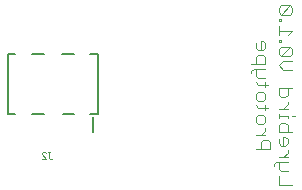
<source format=gbo>
G75*
%MOIN*%
%OFA0B0*%
%FSLAX25Y25*%
%IPPOS*%
%LPD*%
%AMOC8*
5,1,8,0,0,1.08239X$1,22.5*
%
%ADD10C,0.00400*%
%ADD11C,0.00200*%
%ADD12C,0.00500*%
D10*
X0208269Y0045332D02*
X0208269Y0046099D01*
X0209036Y0046867D01*
X0212873Y0046867D01*
X0209804Y0046867D02*
X0209804Y0044565D01*
X0210571Y0043797D01*
X0212873Y0043797D01*
X0212873Y0042263D02*
X0212873Y0040728D01*
X0213640Y0041495D02*
X0210571Y0041495D01*
X0209804Y0042263D01*
X0217304Y0040344D02*
X0217304Y0038042D01*
X0218071Y0037275D01*
X0219606Y0037275D01*
X0220373Y0038042D01*
X0220373Y0040344D01*
X0221908Y0040344D02*
X0217304Y0040344D01*
X0212873Y0038426D02*
X0212106Y0039193D01*
X0210571Y0039193D01*
X0209804Y0038426D01*
X0209804Y0036891D01*
X0210571Y0036124D01*
X0212106Y0036124D01*
X0212873Y0036891D01*
X0212873Y0038426D01*
X0218838Y0033438D02*
X0220373Y0034973D01*
X0220373Y0035740D01*
X0220373Y0033438D02*
X0217304Y0033438D01*
X0213640Y0033822D02*
X0210571Y0033822D01*
X0209804Y0034589D01*
X0212873Y0034589D02*
X0212873Y0033055D01*
X0212106Y0031520D02*
X0210571Y0031520D01*
X0209804Y0030753D01*
X0209804Y0029218D01*
X0210571Y0028451D01*
X0212106Y0028451D01*
X0212873Y0029218D01*
X0212873Y0030753D01*
X0212106Y0031520D01*
X0217304Y0031136D02*
X0220373Y0031136D01*
X0220373Y0030369D01*
X0221908Y0031136D02*
X0222675Y0031136D01*
X0219606Y0028834D02*
X0220373Y0028067D01*
X0220373Y0025765D01*
X0221908Y0025765D02*
X0217304Y0025765D01*
X0217304Y0028067D01*
X0218071Y0028834D01*
X0219606Y0028834D01*
X0217304Y0030369D02*
X0217304Y0031904D01*
X0212873Y0026916D02*
X0212873Y0026149D01*
X0211338Y0024614D01*
X0209804Y0024614D02*
X0212873Y0024614D01*
X0212106Y0023080D02*
X0211338Y0022312D01*
X0211338Y0020010D01*
X0209804Y0020010D02*
X0214408Y0020010D01*
X0214408Y0022312D01*
X0213640Y0023080D01*
X0212106Y0023080D01*
X0217304Y0023463D02*
X0217304Y0021929D01*
X0218071Y0021161D01*
X0219606Y0021161D01*
X0220373Y0021929D01*
X0220373Y0023463D01*
X0219606Y0024231D01*
X0218838Y0024231D01*
X0218838Y0021161D01*
X0220373Y0019627D02*
X0220373Y0018859D01*
X0218838Y0017325D01*
X0217304Y0017325D02*
X0220373Y0017325D01*
X0220373Y0015790D02*
X0216536Y0015790D01*
X0215769Y0015023D01*
X0215769Y0014255D01*
X0217304Y0013488D02*
X0217304Y0015790D01*
X0217304Y0013488D02*
X0218071Y0012721D01*
X0220373Y0012721D01*
X0217304Y0011186D02*
X0217304Y0008117D01*
X0221908Y0008117D01*
X0221908Y0046483D02*
X0218838Y0046483D01*
X0217304Y0048017D01*
X0218838Y0049552D01*
X0221908Y0049552D01*
X0221140Y0051087D02*
X0218071Y0051087D01*
X0221140Y0054156D01*
X0218071Y0054156D01*
X0217304Y0053389D01*
X0217304Y0051854D01*
X0218071Y0051087D01*
X0221140Y0051087D02*
X0221908Y0051854D01*
X0221908Y0053389D01*
X0221140Y0054156D01*
X0218071Y0055691D02*
X0217304Y0055691D01*
X0217304Y0056458D01*
X0218071Y0056458D01*
X0218071Y0055691D01*
X0217304Y0057993D02*
X0217304Y0061062D01*
X0217304Y0062597D02*
X0217304Y0063364D01*
X0218071Y0063364D01*
X0218071Y0062597D01*
X0217304Y0062597D01*
X0218071Y0064899D02*
X0221140Y0067968D01*
X0218071Y0067968D01*
X0217304Y0067201D01*
X0217304Y0065666D01*
X0218071Y0064899D01*
X0221140Y0064899D01*
X0221908Y0065666D01*
X0221908Y0067201D01*
X0221140Y0067968D01*
X0221908Y0059527D02*
X0217304Y0059527D01*
X0220373Y0057993D02*
X0221908Y0059527D01*
X0212873Y0055307D02*
X0212106Y0056074D01*
X0211338Y0056074D01*
X0211338Y0053005D01*
X0210571Y0053005D02*
X0212106Y0053005D01*
X0212873Y0053772D01*
X0212873Y0055307D01*
X0209804Y0055307D02*
X0209804Y0053772D01*
X0210571Y0053005D01*
X0210571Y0051470D02*
X0209804Y0050703D01*
X0209804Y0048401D01*
X0208269Y0048401D02*
X0212873Y0048401D01*
X0212873Y0050703D01*
X0212106Y0051470D01*
X0210571Y0051470D01*
D11*
X0141270Y0019037D02*
X0140536Y0019037D01*
X0140903Y0019037D02*
X0140903Y0017202D01*
X0141270Y0016835D01*
X0141637Y0016835D01*
X0142004Y0017202D01*
X0139794Y0016835D02*
X0138326Y0018303D01*
X0138326Y0018670D01*
X0138693Y0019037D01*
X0139427Y0019037D01*
X0139794Y0018670D01*
X0139794Y0016835D02*
X0138326Y0016835D01*
D12*
X0129604Y0031735D02*
X0127104Y0031735D01*
X0127104Y0051735D01*
X0129604Y0051735D01*
X0135104Y0051735D02*
X0139104Y0051735D01*
X0145104Y0051735D02*
X0149104Y0051735D01*
X0154604Y0051735D02*
X0157104Y0051735D01*
X0157104Y0031735D01*
X0154604Y0031735D01*
X0155604Y0030735D02*
X0155604Y0025735D01*
X0149104Y0031735D02*
X0145604Y0031735D01*
X0139104Y0031735D02*
X0135104Y0031735D01*
M02*

</source>
